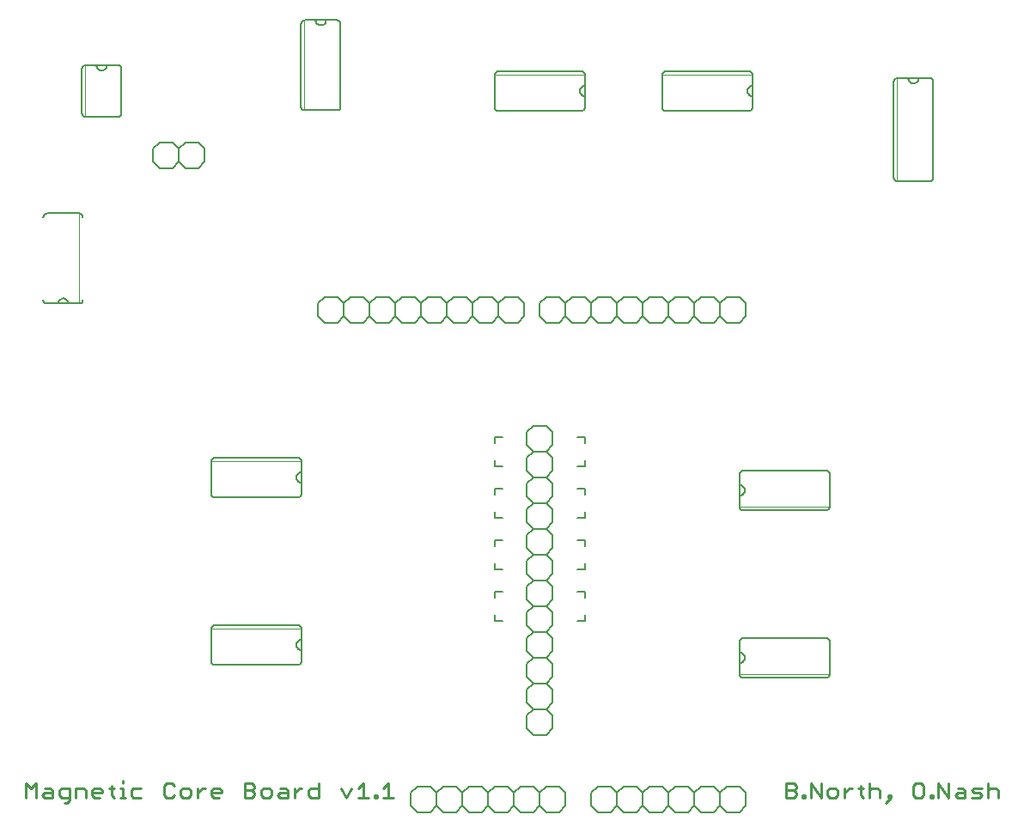
<source format=gto>
G75*
G70*
%OFA0B0*%
%FSLAX24Y24*%
%IPPOS*%
%LPD*%
%AMOC8*
5,1,8,0,0,1.08239X$1,22.5*
%
%ADD10C,0.0110*%
%ADD11C,0.0060*%
%ADD12C,0.0020*%
D10*
X001277Y001609D02*
X001277Y002200D01*
X001474Y002003D01*
X001670Y002200D01*
X001670Y001609D01*
X001921Y001708D02*
X002020Y001806D01*
X002315Y001806D01*
X002315Y001905D02*
X002315Y001609D01*
X002020Y001609D01*
X001921Y001708D01*
X002020Y002003D02*
X002216Y002003D01*
X002315Y001905D01*
X002566Y001905D02*
X002664Y002003D01*
X002959Y002003D01*
X002959Y001511D01*
X002861Y001413D01*
X002763Y001413D01*
X002664Y001609D02*
X002959Y001609D01*
X003210Y001609D02*
X003210Y002003D01*
X003506Y002003D01*
X003604Y001905D01*
X003604Y001609D01*
X003855Y001708D02*
X003953Y001609D01*
X004150Y001609D01*
X004249Y001806D02*
X003855Y001806D01*
X003855Y001708D02*
X003855Y001905D01*
X003953Y002003D01*
X004150Y002003D01*
X004249Y001905D01*
X004249Y001806D01*
X004499Y002003D02*
X004696Y002003D01*
X004598Y002101D02*
X004598Y001708D01*
X004696Y001609D01*
X004929Y001609D02*
X005126Y001609D01*
X005027Y001609D02*
X005027Y002003D01*
X004929Y002003D01*
X005027Y002200D02*
X005027Y002298D01*
X005359Y001905D02*
X005457Y002003D01*
X005752Y002003D01*
X005359Y001905D02*
X005359Y001708D01*
X005457Y001609D01*
X005752Y001609D01*
X006648Y001708D02*
X006648Y002101D01*
X006746Y002200D01*
X006943Y002200D01*
X007041Y002101D01*
X007292Y001905D02*
X007292Y001708D01*
X007391Y001609D01*
X007588Y001609D01*
X007686Y001708D01*
X007686Y001905D01*
X007588Y002003D01*
X007391Y002003D01*
X007292Y001905D01*
X007041Y001708D02*
X006943Y001609D01*
X006746Y001609D01*
X006648Y001708D01*
X007937Y001806D02*
X008134Y002003D01*
X008232Y002003D01*
X008474Y001905D02*
X008572Y002003D01*
X008769Y002003D01*
X008868Y001905D01*
X008868Y001806D01*
X008474Y001806D01*
X008474Y001708D02*
X008474Y001905D01*
X008474Y001708D02*
X008572Y001609D01*
X008769Y001609D01*
X009763Y001609D02*
X009763Y002200D01*
X010058Y002200D01*
X010157Y002101D01*
X010157Y002003D01*
X010058Y001905D01*
X009763Y001905D01*
X010058Y001905D02*
X010157Y001806D01*
X010157Y001708D01*
X010058Y001609D01*
X009763Y001609D01*
X010408Y001708D02*
X010506Y001609D01*
X010703Y001609D01*
X010801Y001708D01*
X010801Y001905D01*
X010703Y002003D01*
X010506Y002003D01*
X010408Y001905D01*
X010408Y001708D01*
X011052Y001708D02*
X011150Y001806D01*
X011446Y001806D01*
X011446Y001905D02*
X011446Y001609D01*
X011150Y001609D01*
X011052Y001708D01*
X011150Y002003D02*
X011347Y002003D01*
X011446Y001905D01*
X011697Y002003D02*
X011697Y001609D01*
X011697Y001806D02*
X011893Y002003D01*
X011992Y002003D01*
X012234Y001905D02*
X012332Y002003D01*
X012627Y002003D01*
X012627Y002200D02*
X012627Y001609D01*
X012332Y001609D01*
X012234Y001708D01*
X012234Y001905D01*
X013523Y002003D02*
X013720Y001609D01*
X013916Y002003D01*
X014167Y002003D02*
X014364Y002200D01*
X014364Y001609D01*
X014167Y001609D02*
X014561Y001609D01*
X014812Y001609D02*
X014812Y001708D01*
X014910Y001708D01*
X014910Y001609D01*
X014812Y001609D01*
X015134Y001609D02*
X015528Y001609D01*
X015331Y001609D02*
X015331Y002200D01*
X015134Y002003D01*
X007937Y002003D02*
X007937Y001609D01*
X002664Y001609D02*
X002566Y001708D01*
X002566Y001905D01*
X030777Y001905D02*
X031072Y001905D01*
X031170Y001806D01*
X031170Y001708D01*
X031072Y001609D01*
X030777Y001609D01*
X030777Y002200D01*
X031072Y002200D01*
X031170Y002101D01*
X031170Y002003D01*
X031072Y001905D01*
X031421Y001708D02*
X031421Y001609D01*
X031520Y001609D01*
X031520Y001708D01*
X031421Y001708D01*
X031744Y001609D02*
X031744Y002200D01*
X032137Y001609D01*
X032137Y002200D01*
X032388Y001905D02*
X032388Y001708D01*
X032486Y001609D01*
X032683Y001609D01*
X032782Y001708D01*
X032782Y001905D01*
X032683Y002003D01*
X032486Y002003D01*
X032388Y001905D01*
X033033Y002003D02*
X033033Y001609D01*
X033033Y001806D02*
X033229Y002003D01*
X033328Y002003D01*
X033570Y002003D02*
X033766Y002003D01*
X033668Y002101D02*
X033668Y001708D01*
X033766Y001609D01*
X033999Y001609D02*
X033999Y002200D01*
X034098Y002003D02*
X034295Y002003D01*
X034393Y001905D01*
X034393Y001609D01*
X034644Y001413D02*
X034841Y001609D01*
X034742Y001609D01*
X034742Y001708D01*
X034841Y001708D01*
X034841Y001609D01*
X034098Y002003D02*
X033999Y001905D01*
X035718Y002101D02*
X035718Y001708D01*
X035816Y001609D01*
X036013Y001609D01*
X036112Y001708D01*
X036112Y002101D01*
X036013Y002200D01*
X035816Y002200D01*
X035718Y002101D01*
X036363Y001708D02*
X036363Y001609D01*
X036461Y001609D01*
X036461Y001708D01*
X036363Y001708D01*
X036685Y001609D02*
X036685Y002200D01*
X037079Y001609D01*
X037079Y002200D01*
X037428Y002003D02*
X037625Y002003D01*
X037723Y001905D01*
X037723Y001609D01*
X037428Y001609D01*
X037329Y001708D01*
X037428Y001806D01*
X037723Y001806D01*
X037974Y001905D02*
X038072Y002003D01*
X038368Y002003D01*
X038269Y001806D02*
X038072Y001806D01*
X037974Y001905D01*
X037974Y001609D02*
X038269Y001609D01*
X038368Y001708D01*
X038269Y001806D01*
X038618Y001905D02*
X038717Y002003D01*
X038914Y002003D01*
X039012Y001905D01*
X039012Y001609D01*
X038618Y001609D02*
X038618Y002200D01*
D11*
X032472Y006434D02*
X032472Y007674D01*
X032470Y007697D01*
X032465Y007720D01*
X032456Y007742D01*
X032443Y007762D01*
X032428Y007780D01*
X032410Y007795D01*
X032390Y007808D01*
X032368Y007817D01*
X032345Y007822D01*
X032322Y007824D01*
X029122Y007824D01*
X029099Y007822D01*
X029076Y007817D01*
X029054Y007808D01*
X029034Y007795D01*
X029016Y007780D01*
X029001Y007762D01*
X028988Y007742D01*
X028979Y007720D01*
X028974Y007697D01*
X028972Y007674D01*
X028972Y007254D01*
X028972Y006854D01*
X028972Y006434D01*
X028974Y006411D01*
X028979Y006388D01*
X028988Y006366D01*
X029001Y006346D01*
X029016Y006328D01*
X029034Y006313D01*
X029054Y006300D01*
X029076Y006291D01*
X029099Y006286D01*
X029122Y006284D01*
X032322Y006284D01*
X032345Y006286D01*
X032368Y006291D01*
X032390Y006300D01*
X032410Y006313D01*
X032428Y006328D01*
X032443Y006346D01*
X032456Y006366D01*
X032465Y006388D01*
X032470Y006411D01*
X032472Y006434D01*
X028972Y006854D02*
X028999Y006856D01*
X029026Y006861D01*
X029052Y006871D01*
X029076Y006883D01*
X029098Y006899D01*
X029118Y006917D01*
X029135Y006939D01*
X029150Y006962D01*
X029160Y006987D01*
X029168Y007013D01*
X029172Y007040D01*
X029172Y007068D01*
X029168Y007095D01*
X029160Y007121D01*
X029150Y007146D01*
X029135Y007169D01*
X029118Y007191D01*
X029098Y007209D01*
X029076Y007225D01*
X029052Y007237D01*
X029026Y007247D01*
X028999Y007252D01*
X028972Y007254D01*
X022982Y008494D02*
X022982Y008714D01*
X022982Y008494D02*
X022662Y008494D01*
X022982Y009394D02*
X022982Y009614D01*
X022662Y009614D01*
X022662Y010494D02*
X022982Y010494D01*
X022982Y010714D01*
X022982Y011394D02*
X022982Y011614D01*
X022662Y011614D01*
X022662Y012494D02*
X022982Y012494D01*
X022982Y012714D01*
X022982Y013394D02*
X022982Y013614D01*
X022662Y013614D01*
X022662Y014494D02*
X022982Y014494D01*
X022982Y014714D01*
X022982Y015394D02*
X022982Y015614D01*
X022662Y015614D01*
X021722Y015804D02*
X021722Y015304D01*
X021472Y015054D01*
X021722Y014804D01*
X021722Y014304D01*
X021472Y014054D01*
X021722Y013804D01*
X021722Y013304D01*
X021472Y013054D01*
X021722Y012804D01*
X021722Y012304D01*
X021472Y012054D01*
X021722Y011804D01*
X021722Y011304D01*
X021472Y011054D01*
X021722Y010804D01*
X021722Y010304D01*
X021472Y010054D01*
X021722Y009804D01*
X021722Y009304D01*
X021472Y009054D01*
X021722Y008804D01*
X021722Y008304D01*
X021472Y008054D01*
X021722Y007804D01*
X021722Y007304D01*
X021472Y007054D01*
X021722Y006804D01*
X021722Y006304D01*
X021472Y006054D01*
X021722Y005804D01*
X021722Y005304D01*
X021472Y005054D01*
X021722Y004804D01*
X021722Y004304D01*
X021472Y004054D01*
X020972Y004054D01*
X020722Y004304D01*
X020722Y004804D01*
X020972Y005054D01*
X020722Y005304D01*
X020722Y005804D01*
X020972Y006054D01*
X021472Y006054D01*
X020972Y006054D02*
X020722Y006304D01*
X020722Y006804D01*
X020972Y007054D01*
X020722Y007304D01*
X020722Y007804D01*
X020972Y008054D01*
X020722Y008304D01*
X020722Y008804D01*
X020972Y009054D01*
X021472Y009054D01*
X020972Y009054D02*
X020722Y009304D01*
X020722Y009804D01*
X020972Y010054D01*
X020722Y010304D01*
X020722Y010804D01*
X020972Y011054D01*
X020722Y011304D01*
X020722Y011804D01*
X020972Y012054D01*
X021472Y012054D01*
X020972Y012054D02*
X020722Y012304D01*
X020722Y012804D01*
X020972Y013054D01*
X020722Y013304D01*
X020722Y013804D01*
X020972Y014054D01*
X020722Y014304D01*
X020722Y014804D01*
X020972Y015054D01*
X020722Y015304D01*
X020722Y015804D01*
X020972Y016054D01*
X021472Y016054D01*
X021722Y015804D01*
X021472Y015054D02*
X020972Y015054D01*
X019782Y014494D02*
X019462Y014494D01*
X019462Y014714D01*
X019462Y015394D02*
X019462Y015614D01*
X019782Y015614D01*
X020972Y014054D02*
X021472Y014054D01*
X021472Y013054D02*
X020972Y013054D01*
X019782Y012494D02*
X019462Y012494D01*
X019462Y012714D01*
X019462Y013394D02*
X019462Y013614D01*
X019782Y013614D01*
X019782Y011614D02*
X019462Y011614D01*
X019462Y011394D01*
X019462Y010714D02*
X019462Y010494D01*
X019782Y010494D01*
X019782Y009614D02*
X019462Y009614D01*
X019462Y009394D01*
X019462Y008714D02*
X019462Y008494D01*
X019782Y008494D01*
X020972Y008054D02*
X021472Y008054D01*
X021472Y007054D02*
X020972Y007054D01*
X020972Y005054D02*
X021472Y005054D01*
X021472Y002054D02*
X021972Y002054D01*
X022222Y001804D01*
X022222Y001304D01*
X021972Y001054D01*
X021472Y001054D01*
X021222Y001304D01*
X020972Y001054D01*
X020472Y001054D01*
X020222Y001304D01*
X020222Y001804D01*
X020472Y002054D01*
X020972Y002054D01*
X021222Y001804D01*
X021472Y002054D01*
X021222Y001804D02*
X021222Y001304D01*
X020222Y001304D02*
X019972Y001054D01*
X019472Y001054D01*
X019222Y001304D01*
X018972Y001054D01*
X018472Y001054D01*
X018222Y001304D01*
X017972Y001054D01*
X017472Y001054D01*
X017222Y001304D01*
X016972Y001054D01*
X016472Y001054D01*
X016222Y001304D01*
X016222Y001804D01*
X016472Y002054D01*
X016972Y002054D01*
X017222Y001804D01*
X017472Y002054D01*
X017972Y002054D01*
X018222Y001804D01*
X018472Y002054D01*
X018972Y002054D01*
X019222Y001804D01*
X019472Y002054D01*
X019972Y002054D01*
X020222Y001804D01*
X019222Y001804D02*
X019222Y001304D01*
X018222Y001304D02*
X018222Y001804D01*
X017222Y001804D02*
X017222Y001304D01*
X023222Y001304D02*
X023472Y001054D01*
X023972Y001054D01*
X024222Y001304D01*
X024472Y001054D01*
X024972Y001054D01*
X025222Y001304D01*
X025222Y001804D01*
X024972Y002054D01*
X024472Y002054D01*
X024222Y001804D01*
X024222Y001304D01*
X024222Y001804D02*
X023972Y002054D01*
X023472Y002054D01*
X023222Y001804D01*
X023222Y001304D01*
X025222Y001304D02*
X025472Y001054D01*
X025972Y001054D01*
X026222Y001304D01*
X026472Y001054D01*
X026972Y001054D01*
X027222Y001304D01*
X027472Y001054D01*
X027972Y001054D01*
X028222Y001304D01*
X028472Y001054D01*
X028972Y001054D01*
X029222Y001304D01*
X029222Y001804D01*
X028972Y002054D01*
X028472Y002054D01*
X028222Y001804D01*
X028222Y001304D01*
X028222Y001804D02*
X027972Y002054D01*
X027472Y002054D01*
X027222Y001804D01*
X027222Y001304D01*
X027222Y001804D02*
X026972Y002054D01*
X026472Y002054D01*
X026222Y001804D01*
X026222Y001304D01*
X026222Y001804D02*
X025972Y002054D01*
X025472Y002054D01*
X025222Y001804D01*
X021472Y010054D02*
X020972Y010054D01*
X020972Y011054D02*
X021472Y011054D01*
X028972Y012934D02*
X028972Y013354D01*
X028972Y013754D01*
X028972Y014174D01*
X028974Y014197D01*
X028979Y014220D01*
X028988Y014242D01*
X029001Y014262D01*
X029016Y014280D01*
X029034Y014295D01*
X029054Y014308D01*
X029076Y014317D01*
X029099Y014322D01*
X029122Y014324D01*
X032322Y014324D01*
X032345Y014322D01*
X032368Y014317D01*
X032390Y014308D01*
X032410Y014295D01*
X032428Y014280D01*
X032443Y014262D01*
X032456Y014242D01*
X032465Y014220D01*
X032470Y014197D01*
X032472Y014174D01*
X032472Y012934D01*
X032470Y012911D01*
X032465Y012888D01*
X032456Y012866D01*
X032443Y012846D01*
X032428Y012828D01*
X032410Y012813D01*
X032390Y012800D01*
X032368Y012791D01*
X032345Y012786D01*
X032322Y012784D01*
X029122Y012784D01*
X029099Y012786D01*
X029076Y012791D01*
X029054Y012800D01*
X029034Y012813D01*
X029016Y012828D01*
X029001Y012846D01*
X028988Y012866D01*
X028979Y012888D01*
X028974Y012911D01*
X028972Y012934D01*
X028972Y013354D02*
X028999Y013356D01*
X029026Y013361D01*
X029052Y013371D01*
X029076Y013383D01*
X029098Y013399D01*
X029118Y013417D01*
X029135Y013439D01*
X029150Y013462D01*
X029160Y013487D01*
X029168Y013513D01*
X029172Y013540D01*
X029172Y013568D01*
X029168Y013595D01*
X029160Y013621D01*
X029150Y013646D01*
X029135Y013669D01*
X029118Y013691D01*
X029098Y013709D01*
X029076Y013725D01*
X029052Y013737D01*
X029026Y013747D01*
X028999Y013752D01*
X028972Y013754D01*
X028972Y020054D02*
X028472Y020054D01*
X028222Y020304D01*
X027972Y020054D01*
X027472Y020054D01*
X027222Y020304D01*
X027222Y020804D01*
X027472Y021054D01*
X027972Y021054D01*
X028222Y020804D01*
X028472Y021054D01*
X028972Y021054D01*
X029222Y020804D01*
X029222Y020304D01*
X028972Y020054D01*
X028222Y020304D02*
X028222Y020804D01*
X027222Y020804D02*
X026972Y021054D01*
X026472Y021054D01*
X026222Y020804D01*
X025972Y021054D01*
X025472Y021054D01*
X025222Y020804D01*
X024972Y021054D01*
X024472Y021054D01*
X024222Y020804D01*
X024222Y020304D01*
X024472Y020054D01*
X024972Y020054D01*
X025222Y020304D01*
X025222Y020804D01*
X025222Y020304D02*
X025472Y020054D01*
X025972Y020054D01*
X026222Y020304D01*
X026222Y020804D01*
X026222Y020304D02*
X026472Y020054D01*
X026972Y020054D01*
X027222Y020304D01*
X024222Y020304D02*
X023972Y020054D01*
X023472Y020054D01*
X023222Y020304D01*
X022972Y020054D01*
X022472Y020054D01*
X022222Y020304D01*
X021972Y020054D01*
X021472Y020054D01*
X021222Y020304D01*
X021222Y020804D01*
X021472Y021054D01*
X021972Y021054D01*
X022222Y020804D01*
X022472Y021054D01*
X022972Y021054D01*
X023222Y020804D01*
X023472Y021054D01*
X023972Y021054D01*
X024222Y020804D01*
X023222Y020804D02*
X023222Y020304D01*
X022222Y020304D02*
X022222Y020804D01*
X020622Y020804D02*
X020622Y020304D01*
X020372Y020054D01*
X019872Y020054D01*
X019622Y020304D01*
X019372Y020054D01*
X018872Y020054D01*
X018622Y020304D01*
X018622Y020804D01*
X018872Y021054D01*
X019372Y021054D01*
X019622Y020804D01*
X019872Y021054D01*
X020372Y021054D01*
X020622Y020804D01*
X019622Y020804D02*
X019622Y020304D01*
X018622Y020304D02*
X018372Y020054D01*
X017872Y020054D01*
X017622Y020304D01*
X017372Y020054D01*
X016872Y020054D01*
X016622Y020304D01*
X016372Y020054D01*
X015872Y020054D01*
X015622Y020304D01*
X015622Y020804D01*
X015872Y021054D01*
X016372Y021054D01*
X016622Y020804D01*
X016872Y021054D01*
X017372Y021054D01*
X017622Y020804D01*
X017872Y021054D01*
X018372Y021054D01*
X018622Y020804D01*
X017622Y020804D02*
X017622Y020304D01*
X016622Y020304D02*
X016622Y020804D01*
X015622Y020804D02*
X015372Y021054D01*
X014872Y021054D01*
X014622Y020804D01*
X014372Y021054D01*
X013872Y021054D01*
X013622Y020804D01*
X013372Y021054D01*
X012872Y021054D01*
X012622Y020804D01*
X012622Y020304D01*
X012872Y020054D01*
X013372Y020054D01*
X013622Y020304D01*
X013622Y020804D01*
X013622Y020304D02*
X013872Y020054D01*
X014372Y020054D01*
X014622Y020304D01*
X014622Y020804D01*
X014622Y020304D02*
X014872Y020054D01*
X015372Y020054D01*
X015622Y020304D01*
X011822Y014824D02*
X008622Y014824D01*
X008599Y014822D01*
X008576Y014817D01*
X008554Y014808D01*
X008534Y014795D01*
X008516Y014780D01*
X008501Y014762D01*
X008488Y014742D01*
X008479Y014720D01*
X008474Y014697D01*
X008472Y014674D01*
X008472Y013434D01*
X008474Y013411D01*
X008479Y013388D01*
X008488Y013366D01*
X008501Y013346D01*
X008516Y013328D01*
X008534Y013313D01*
X008554Y013300D01*
X008576Y013291D01*
X008599Y013286D01*
X008622Y013284D01*
X011822Y013284D01*
X011845Y013286D01*
X011868Y013291D01*
X011890Y013300D01*
X011910Y013313D01*
X011928Y013328D01*
X011943Y013346D01*
X011956Y013366D01*
X011965Y013388D01*
X011970Y013411D01*
X011972Y013434D01*
X011972Y013854D01*
X011972Y014254D01*
X011972Y014674D01*
X011970Y014697D01*
X011965Y014720D01*
X011956Y014742D01*
X011943Y014762D01*
X011928Y014780D01*
X011910Y014795D01*
X011890Y014808D01*
X011868Y014817D01*
X011845Y014822D01*
X011822Y014824D01*
X011972Y014254D02*
X011945Y014252D01*
X011918Y014247D01*
X011892Y014237D01*
X011868Y014225D01*
X011846Y014209D01*
X011826Y014191D01*
X011809Y014169D01*
X011794Y014146D01*
X011784Y014121D01*
X011776Y014095D01*
X011772Y014068D01*
X011772Y014040D01*
X011776Y014013D01*
X011784Y013987D01*
X011794Y013962D01*
X011809Y013939D01*
X011826Y013917D01*
X011846Y013899D01*
X011868Y013883D01*
X011892Y013871D01*
X011918Y013861D01*
X011945Y013856D01*
X011972Y013854D01*
X011822Y008324D02*
X008622Y008324D01*
X008599Y008322D01*
X008576Y008317D01*
X008554Y008308D01*
X008534Y008295D01*
X008516Y008280D01*
X008501Y008262D01*
X008488Y008242D01*
X008479Y008220D01*
X008474Y008197D01*
X008472Y008174D01*
X008472Y006934D01*
X008474Y006911D01*
X008479Y006888D01*
X008488Y006866D01*
X008501Y006846D01*
X008516Y006828D01*
X008534Y006813D01*
X008554Y006800D01*
X008576Y006791D01*
X008599Y006786D01*
X008622Y006784D01*
X011822Y006784D01*
X011845Y006786D01*
X011868Y006791D01*
X011890Y006800D01*
X011910Y006813D01*
X011928Y006828D01*
X011943Y006846D01*
X011956Y006866D01*
X011965Y006888D01*
X011970Y006911D01*
X011972Y006934D01*
X011972Y007354D01*
X011972Y007754D01*
X011972Y008174D01*
X011970Y008197D01*
X011965Y008220D01*
X011956Y008242D01*
X011943Y008262D01*
X011928Y008280D01*
X011910Y008295D01*
X011890Y008308D01*
X011868Y008317D01*
X011845Y008322D01*
X011822Y008324D01*
X011972Y007754D02*
X011945Y007752D01*
X011918Y007747D01*
X011892Y007737D01*
X011868Y007725D01*
X011846Y007709D01*
X011826Y007691D01*
X011809Y007669D01*
X011794Y007646D01*
X011784Y007621D01*
X011776Y007595D01*
X011772Y007568D01*
X011772Y007540D01*
X011776Y007513D01*
X011784Y007487D01*
X011794Y007462D01*
X011809Y007439D01*
X011826Y007417D01*
X011846Y007399D01*
X011868Y007383D01*
X011892Y007371D01*
X011918Y007361D01*
X011945Y007356D01*
X011972Y007354D01*
X003342Y020804D02*
X002922Y020804D01*
X002522Y020804D01*
X002102Y020804D01*
X002079Y020806D01*
X002056Y020811D01*
X002034Y020820D01*
X002014Y020833D01*
X001996Y020848D01*
X001981Y020866D01*
X001968Y020886D01*
X001959Y020908D01*
X001954Y020931D01*
X001952Y020954D01*
X002522Y020804D02*
X002524Y020831D01*
X002529Y020858D01*
X002539Y020884D01*
X002551Y020908D01*
X002567Y020930D01*
X002585Y020950D01*
X002607Y020967D01*
X002630Y020982D01*
X002655Y020992D01*
X002681Y021000D01*
X002708Y021004D01*
X002736Y021004D01*
X002763Y021000D01*
X002789Y020992D01*
X002814Y020982D01*
X002837Y020967D01*
X002859Y020950D01*
X002877Y020930D01*
X002893Y020908D01*
X002905Y020884D01*
X002915Y020858D01*
X002920Y020831D01*
X002922Y020804D01*
X003342Y020804D02*
X003365Y020806D01*
X003388Y020811D01*
X003410Y020820D01*
X003430Y020833D01*
X003448Y020848D01*
X003463Y020866D01*
X003476Y020886D01*
X003485Y020908D01*
X003490Y020931D01*
X003492Y020954D01*
X003492Y024154D02*
X003490Y024177D01*
X003485Y024200D01*
X003476Y024222D01*
X003463Y024242D01*
X003448Y024260D01*
X003430Y024275D01*
X003410Y024288D01*
X003388Y024297D01*
X003365Y024302D01*
X003342Y024304D01*
X002102Y024304D01*
X002079Y024302D01*
X002056Y024297D01*
X002034Y024288D01*
X002014Y024275D01*
X001996Y024260D01*
X001981Y024242D01*
X001968Y024222D01*
X001959Y024200D01*
X001954Y024177D01*
X001952Y024154D01*
X006222Y026304D02*
X006472Y026054D01*
X006972Y026054D01*
X007222Y026304D01*
X007472Y026054D01*
X007972Y026054D01*
X008222Y026304D01*
X008222Y026804D01*
X007972Y027054D01*
X007472Y027054D01*
X007222Y026804D01*
X007222Y026304D01*
X007222Y026804D02*
X006972Y027054D01*
X006472Y027054D01*
X006222Y026804D01*
X006222Y026304D01*
X004842Y028054D02*
X003602Y028054D01*
X003579Y028056D01*
X003556Y028061D01*
X003534Y028070D01*
X003514Y028083D01*
X003496Y028098D01*
X003481Y028116D01*
X003468Y028136D01*
X003459Y028158D01*
X003454Y028181D01*
X003452Y028204D01*
X003452Y029904D01*
X003454Y029927D01*
X003459Y029950D01*
X003468Y029972D01*
X003481Y029992D01*
X003496Y030010D01*
X003514Y030025D01*
X003534Y030038D01*
X003556Y030047D01*
X003579Y030052D01*
X003602Y030054D01*
X004022Y030054D01*
X004422Y030054D01*
X004842Y030054D01*
X004865Y030052D01*
X004888Y030047D01*
X004910Y030038D01*
X004930Y030025D01*
X004948Y030010D01*
X004963Y029992D01*
X004976Y029972D01*
X004985Y029950D01*
X004990Y029927D01*
X004992Y029904D01*
X004992Y028204D01*
X004990Y028181D01*
X004985Y028158D01*
X004976Y028136D01*
X004963Y028116D01*
X004948Y028098D01*
X004930Y028083D01*
X004910Y028070D01*
X004888Y028061D01*
X004865Y028056D01*
X004842Y028054D01*
X004422Y030054D02*
X004420Y030027D01*
X004415Y030000D01*
X004405Y029974D01*
X004393Y029950D01*
X004377Y029928D01*
X004359Y029908D01*
X004337Y029891D01*
X004314Y029876D01*
X004289Y029866D01*
X004263Y029858D01*
X004236Y029854D01*
X004208Y029854D01*
X004181Y029858D01*
X004155Y029866D01*
X004130Y029876D01*
X004107Y029891D01*
X004085Y029908D01*
X004067Y029928D01*
X004051Y029950D01*
X004039Y029974D01*
X004029Y030000D01*
X004024Y030027D01*
X004022Y030054D01*
X011952Y031654D02*
X011952Y028454D01*
X011954Y028431D01*
X011959Y028408D01*
X011968Y028386D01*
X011981Y028366D01*
X011996Y028348D01*
X012014Y028333D01*
X012034Y028320D01*
X012056Y028311D01*
X012079Y028306D01*
X012102Y028304D01*
X013342Y028304D01*
X013365Y028306D01*
X013388Y028311D01*
X013410Y028320D01*
X013430Y028333D01*
X013448Y028348D01*
X013463Y028366D01*
X013476Y028386D01*
X013485Y028408D01*
X013490Y028431D01*
X013492Y028454D01*
X013492Y031654D01*
X013490Y031677D01*
X013485Y031700D01*
X013476Y031722D01*
X013463Y031742D01*
X013448Y031760D01*
X013430Y031775D01*
X013410Y031788D01*
X013388Y031797D01*
X013365Y031802D01*
X013342Y031804D01*
X012922Y031804D01*
X012522Y031804D01*
X012102Y031804D01*
X012079Y031802D01*
X012056Y031797D01*
X012034Y031788D01*
X012014Y031775D01*
X011996Y031760D01*
X011981Y031742D01*
X011968Y031722D01*
X011959Y031700D01*
X011954Y031677D01*
X011952Y031654D01*
X012522Y031804D02*
X012524Y031777D01*
X012529Y031750D01*
X012539Y031724D01*
X012551Y031700D01*
X012567Y031678D01*
X012585Y031658D01*
X012607Y031641D01*
X012630Y031626D01*
X012655Y031616D01*
X012681Y031608D01*
X012708Y031604D01*
X012736Y031604D01*
X012763Y031608D01*
X012789Y031616D01*
X012814Y031626D01*
X012837Y031641D01*
X012859Y031658D01*
X012877Y031678D01*
X012893Y031700D01*
X012905Y031724D01*
X012915Y031750D01*
X012920Y031777D01*
X012922Y031804D01*
X019472Y029674D02*
X019472Y028434D01*
X019474Y028411D01*
X019479Y028388D01*
X019488Y028366D01*
X019501Y028346D01*
X019516Y028328D01*
X019534Y028313D01*
X019554Y028300D01*
X019576Y028291D01*
X019599Y028286D01*
X019622Y028284D01*
X022822Y028284D01*
X022845Y028286D01*
X022868Y028291D01*
X022890Y028300D01*
X022910Y028313D01*
X022928Y028328D01*
X022943Y028346D01*
X022956Y028366D01*
X022965Y028388D01*
X022970Y028411D01*
X022972Y028434D01*
X022972Y028854D01*
X022972Y029254D01*
X022972Y029674D01*
X022970Y029697D01*
X022965Y029720D01*
X022956Y029742D01*
X022943Y029762D01*
X022928Y029780D01*
X022910Y029795D01*
X022890Y029808D01*
X022868Y029817D01*
X022845Y029822D01*
X022822Y029824D01*
X019622Y029824D01*
X019599Y029822D01*
X019576Y029817D01*
X019554Y029808D01*
X019534Y029795D01*
X019516Y029780D01*
X019501Y029762D01*
X019488Y029742D01*
X019479Y029720D01*
X019474Y029697D01*
X019472Y029674D01*
X022972Y029254D02*
X022945Y029252D01*
X022918Y029247D01*
X022892Y029237D01*
X022868Y029225D01*
X022846Y029209D01*
X022826Y029191D01*
X022809Y029169D01*
X022794Y029146D01*
X022784Y029121D01*
X022776Y029095D01*
X022772Y029068D01*
X022772Y029040D01*
X022776Y029013D01*
X022784Y028987D01*
X022794Y028962D01*
X022809Y028939D01*
X022826Y028917D01*
X022846Y028899D01*
X022868Y028883D01*
X022892Y028871D01*
X022918Y028861D01*
X022945Y028856D01*
X022972Y028854D01*
X025972Y028434D02*
X025972Y029674D01*
X025974Y029697D01*
X025979Y029720D01*
X025988Y029742D01*
X026001Y029762D01*
X026016Y029780D01*
X026034Y029795D01*
X026054Y029808D01*
X026076Y029817D01*
X026099Y029822D01*
X026122Y029824D01*
X029322Y029824D01*
X029345Y029822D01*
X029368Y029817D01*
X029390Y029808D01*
X029410Y029795D01*
X029428Y029780D01*
X029443Y029762D01*
X029456Y029742D01*
X029465Y029720D01*
X029470Y029697D01*
X029472Y029674D01*
X029472Y029254D01*
X029472Y028854D01*
X029472Y028434D01*
X029470Y028411D01*
X029465Y028388D01*
X029456Y028366D01*
X029443Y028346D01*
X029428Y028328D01*
X029410Y028313D01*
X029390Y028300D01*
X029368Y028291D01*
X029345Y028286D01*
X029322Y028284D01*
X026122Y028284D01*
X026099Y028286D01*
X026076Y028291D01*
X026054Y028300D01*
X026034Y028313D01*
X026016Y028328D01*
X026001Y028346D01*
X025988Y028366D01*
X025979Y028388D01*
X025974Y028411D01*
X025972Y028434D01*
X029472Y028854D02*
X029445Y028856D01*
X029418Y028861D01*
X029392Y028871D01*
X029368Y028883D01*
X029346Y028899D01*
X029326Y028917D01*
X029309Y028939D01*
X029294Y028962D01*
X029284Y028987D01*
X029276Y029013D01*
X029272Y029040D01*
X029272Y029068D01*
X029276Y029095D01*
X029284Y029121D01*
X029294Y029146D01*
X029309Y029169D01*
X029326Y029191D01*
X029346Y029209D01*
X029368Y029225D01*
X029392Y029237D01*
X029418Y029247D01*
X029445Y029252D01*
X029472Y029254D01*
X034952Y029404D02*
X034952Y025704D01*
X034954Y025681D01*
X034959Y025658D01*
X034968Y025636D01*
X034981Y025616D01*
X034996Y025598D01*
X035014Y025583D01*
X035034Y025570D01*
X035056Y025561D01*
X035079Y025556D01*
X035102Y025554D01*
X036342Y025554D01*
X036365Y025556D01*
X036388Y025561D01*
X036410Y025570D01*
X036430Y025583D01*
X036448Y025598D01*
X036463Y025616D01*
X036476Y025636D01*
X036485Y025658D01*
X036490Y025681D01*
X036492Y025704D01*
X036492Y029404D01*
X036490Y029427D01*
X036485Y029450D01*
X036476Y029472D01*
X036463Y029492D01*
X036448Y029510D01*
X036430Y029525D01*
X036410Y029538D01*
X036388Y029547D01*
X036365Y029552D01*
X036342Y029554D01*
X035922Y029554D01*
X035522Y029554D01*
X035102Y029554D01*
X035079Y029552D01*
X035056Y029547D01*
X035034Y029538D01*
X035014Y029525D01*
X034996Y029510D01*
X034981Y029492D01*
X034968Y029472D01*
X034959Y029450D01*
X034954Y029427D01*
X034952Y029404D01*
X035522Y029554D02*
X035524Y029527D01*
X035529Y029500D01*
X035539Y029474D01*
X035551Y029450D01*
X035567Y029428D01*
X035585Y029408D01*
X035607Y029391D01*
X035630Y029376D01*
X035655Y029366D01*
X035681Y029358D01*
X035708Y029354D01*
X035736Y029354D01*
X035763Y029358D01*
X035789Y029366D01*
X035814Y029376D01*
X035837Y029391D01*
X035859Y029408D01*
X035877Y029428D01*
X035893Y029450D01*
X035905Y029474D01*
X035915Y029500D01*
X035920Y029527D01*
X035922Y029554D01*
D12*
X035092Y029554D02*
X035092Y025554D01*
X029472Y029684D02*
X025972Y029684D01*
X022972Y029684D02*
X019472Y029684D01*
X012092Y028304D02*
X012092Y031804D01*
X003592Y030054D02*
X003592Y028054D01*
X003352Y024304D02*
X003352Y020804D01*
X008472Y014684D02*
X011972Y014684D01*
X011972Y008184D02*
X008472Y008184D01*
X028972Y006424D02*
X032472Y006424D01*
X032472Y012924D02*
X028972Y012924D01*
M02*

</source>
